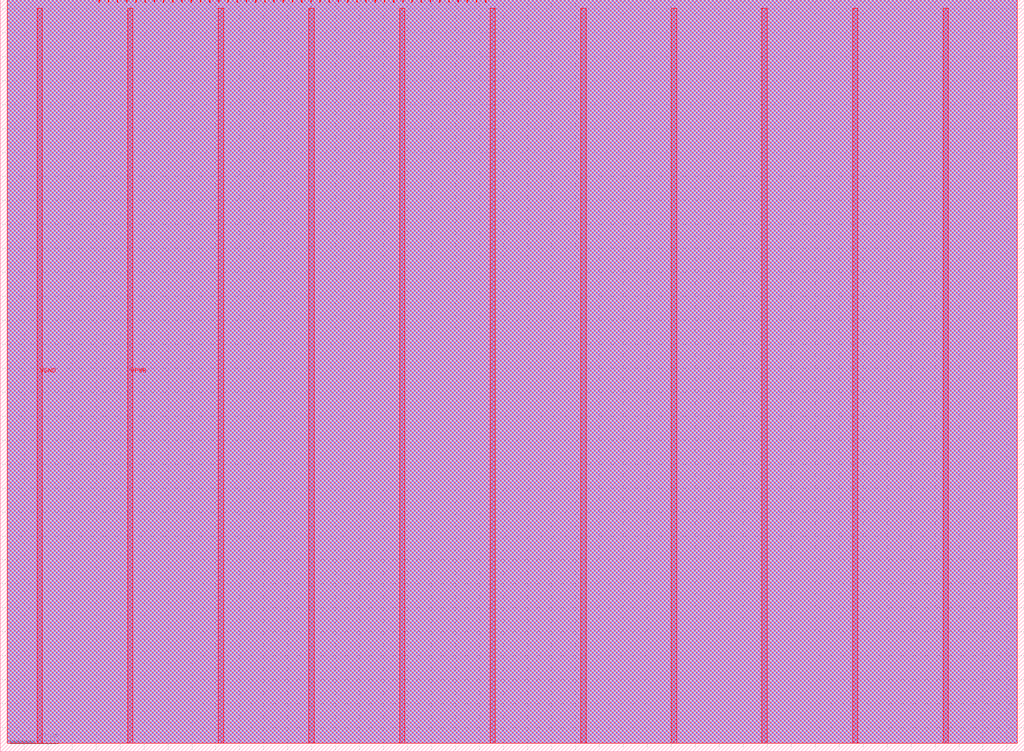
<source format=lef>
VERSION 5.8 ;
BUSBITCHARS "[]" ;
DIVIDERCHAR "/" ;
UNITS
    DATABASE MICRONS 1000 ;
END UNITS

VIA tt_um_phansel_laplace_lut_via1_2_2200_440_1_5_410_410
  VIARULE via1Array ;
  CUTSIZE 0.19 0.19 ;
  LAYERS Metal1 Via1 Metal2 ;
  CUTSPACING 0.22 0.22 ;
  ENCLOSURE 0.01 0.125 0.05 0.005 ;
  ROWCOL 1 5 ;
END tt_um_phansel_laplace_lut_via1_2_2200_440_1_5_410_410

VIA tt_um_phansel_laplace_lut_via2_3_2200_440_1_5_410_410
  VIARULE via2Array ;
  CUTSIZE 0.19 0.19 ;
  LAYERS Metal2 Via2 Metal3 ;
  CUTSPACING 0.22 0.22 ;
  ENCLOSURE 0.05 0.005 0.005 0.05 ;
  ROWCOL 1 5 ;
END tt_um_phansel_laplace_lut_via2_3_2200_440_1_5_410_410

VIA tt_um_phansel_laplace_lut_via3_4_2200_440_1_5_410_410
  VIARULE via3Array ;
  CUTSIZE 0.19 0.19 ;
  LAYERS Metal3 Via3 Metal4 ;
  CUTSPACING 0.22 0.22 ;
  ENCLOSURE 0.005 0.05 0.05 0.005 ;
  ROWCOL 1 5 ;
END tt_um_phansel_laplace_lut_via3_4_2200_440_1_5_410_410

VIA tt_um_phansel_laplace_lut_via4_5_2200_440_1_5_410_410
  VIARULE via4Array ;
  CUTSIZE 0.19 0.19 ;
  LAYERS Metal4 Via4 Metal5 ;
  CUTSPACING 0.22 0.22 ;
  ENCLOSURE 0.05 0.005 0.185 0.05 ;
  ROWCOL 1 5 ;
END tt_um_phansel_laplace_lut_via4_5_2200_440_1_5_410_410

MACRO tt_um_phansel_laplace_lut
  FOREIGN tt_um_phansel_laplace_lut 0 0 ;
  CLASS BLOCK ;
  SIZE 427.2 BY 313.74 ;
  PIN clk
    DIRECTION INPUT ;
    USE SIGNAL ;
    PORT
      LAYER Metal5 ;
        RECT  198.57 312.74 198.87 313.74 ;
    END
  END clk
  PIN ena
    DIRECTION INPUT ;
    USE SIGNAL ;
    PORT
      LAYER Metal5 ;
        RECT  202.41 312.74 202.71 313.74 ;
    END
  END ena
  PIN rst_n
    DIRECTION INPUT ;
    USE SIGNAL ;
    PORT
      LAYER Metal5 ;
        RECT  194.73 312.74 195.03 313.74 ;
    END
  END rst_n
  PIN ui_in[0]
    DIRECTION INPUT ;
    USE SIGNAL ;
    PORT
      LAYER Metal5 ;
        RECT  190.89 312.74 191.19 313.74 ;
    END
  END ui_in[0]
  PIN ui_in[1]
    DIRECTION INPUT ;
    USE SIGNAL ;
    PORT
      LAYER Metal5 ;
        RECT  187.05 312.74 187.35 313.74 ;
    END
  END ui_in[1]
  PIN ui_in[2]
    DIRECTION INPUT ;
    USE SIGNAL ;
    PORT
      LAYER Metal5 ;
        RECT  183.21 312.74 183.51 313.74 ;
    END
  END ui_in[2]
  PIN ui_in[3]
    DIRECTION INPUT ;
    USE SIGNAL ;
    PORT
      LAYER Metal5 ;
        RECT  179.37 312.74 179.67 313.74 ;
    END
  END ui_in[3]
  PIN ui_in[4]
    DIRECTION INPUT ;
    USE SIGNAL ;
    PORT
      LAYER Metal5 ;
        RECT  175.53 312.74 175.83 313.74 ;
    END
  END ui_in[4]
  PIN ui_in[5]
    DIRECTION INPUT ;
    USE SIGNAL ;
    PORT
      LAYER Metal5 ;
        RECT  171.69 312.74 171.99 313.74 ;
    END
  END ui_in[5]
  PIN ui_in[6]
    DIRECTION INPUT ;
    USE SIGNAL ;
    PORT
      LAYER Metal5 ;
        RECT  167.85 312.74 168.15 313.74 ;
    END
  END ui_in[6]
  PIN ui_in[7]
    DIRECTION INPUT ;
    USE SIGNAL ;
    PORT
      LAYER Metal5 ;
        RECT  164.01 312.74 164.31 313.74 ;
    END
  END ui_in[7]
  PIN uio_in[0]
    DIRECTION INPUT ;
    USE SIGNAL ;
    PORT
      LAYER Metal5 ;
        RECT  160.17 312.74 160.47 313.74 ;
    END
  END uio_in[0]
  PIN uio_in[1]
    DIRECTION INPUT ;
    USE SIGNAL ;
    PORT
      LAYER Metal5 ;
        RECT  156.33 312.74 156.63 313.74 ;
    END
  END uio_in[1]
  PIN uio_in[2]
    DIRECTION INPUT ;
    USE SIGNAL ;
    PORT
      LAYER Metal5 ;
        RECT  152.49 312.74 152.79 313.74 ;
    END
  END uio_in[2]
  PIN uio_in[3]
    DIRECTION INPUT ;
    USE SIGNAL ;
    PORT
      LAYER Metal5 ;
        RECT  148.65 312.74 148.95 313.74 ;
    END
  END uio_in[3]
  PIN uio_in[4]
    DIRECTION INPUT ;
    USE SIGNAL ;
    PORT
      LAYER Metal5 ;
        RECT  144.81 312.74 145.11 313.74 ;
    END
  END uio_in[4]
  PIN uio_in[5]
    DIRECTION INPUT ;
    USE SIGNAL ;
    PORT
      LAYER Metal5 ;
        RECT  140.97 312.74 141.27 313.74 ;
    END
  END uio_in[5]
  PIN uio_in[6]
    DIRECTION INPUT ;
    USE SIGNAL ;
    PORT
      LAYER Metal5 ;
        RECT  137.13 312.74 137.43 313.74 ;
    END
  END uio_in[6]
  PIN uio_in[7]
    DIRECTION INPUT ;
    USE SIGNAL ;
    PORT
      LAYER Metal5 ;
        RECT  133.29 312.74 133.59 313.74 ;
    END
  END uio_in[7]
  PIN uio_oe[0]
    DIRECTION OUTPUT ;
    USE SIGNAL ;
    PORT
      LAYER Metal5 ;
        RECT  68.01 312.74 68.31 313.74 ;
    END
  END uio_oe[0]
  PIN uio_oe[1]
    DIRECTION OUTPUT ;
    USE SIGNAL ;
    PORT
      LAYER Metal5 ;
        RECT  64.17 312.74 64.47 313.74 ;
    END
  END uio_oe[1]
  PIN uio_oe[2]
    DIRECTION OUTPUT ;
    USE SIGNAL ;
    PORT
      LAYER Metal5 ;
        RECT  60.33 312.74 60.63 313.74 ;
    END
  END uio_oe[2]
  PIN uio_oe[3]
    DIRECTION OUTPUT ;
    USE SIGNAL ;
    PORT
      LAYER Metal5 ;
        RECT  56.49 312.74 56.79 313.74 ;
    END
  END uio_oe[3]
  PIN uio_oe[4]
    DIRECTION OUTPUT ;
    USE SIGNAL ;
    PORT
      LAYER Metal5 ;
        RECT  52.65 312.74 52.95 313.74 ;
    END
  END uio_oe[4]
  PIN uio_oe[5]
    DIRECTION OUTPUT ;
    USE SIGNAL ;
    PORT
      LAYER Metal5 ;
        RECT  48.81 312.74 49.11 313.74 ;
    END
  END uio_oe[5]
  PIN uio_oe[6]
    DIRECTION OUTPUT ;
    USE SIGNAL ;
    PORT
      LAYER Metal5 ;
        RECT  44.97 312.74 45.27 313.74 ;
    END
  END uio_oe[6]
  PIN uio_oe[7]
    DIRECTION OUTPUT ;
    USE SIGNAL ;
    PORT
      LAYER Metal5 ;
        RECT  41.13 312.74 41.43 313.74 ;
    END
  END uio_oe[7]
  PIN uio_out[0]
    DIRECTION OUTPUT ;
    USE SIGNAL ;
    PORT
      LAYER Metal5 ;
        RECT  98.73 312.74 99.03 313.74 ;
    END
  END uio_out[0]
  PIN uio_out[1]
    DIRECTION OUTPUT ;
    USE SIGNAL ;
    PORT
      LAYER Metal5 ;
        RECT  94.89 312.74 95.19 313.74 ;
    END
  END uio_out[1]
  PIN uio_out[2]
    DIRECTION OUTPUT ;
    USE SIGNAL ;
    PORT
      LAYER Metal5 ;
        RECT  91.05 312.74 91.35 313.74 ;
    END
  END uio_out[2]
  PIN uio_out[3]
    DIRECTION OUTPUT ;
    USE SIGNAL ;
    PORT
      LAYER Metal5 ;
        RECT  87.21 312.74 87.51 313.74 ;
    END
  END uio_out[3]
  PIN uio_out[4]
    DIRECTION OUTPUT ;
    USE SIGNAL ;
    PORT
      LAYER Metal5 ;
        RECT  83.37 312.74 83.67 313.74 ;
    END
  END uio_out[4]
  PIN uio_out[5]
    DIRECTION OUTPUT ;
    USE SIGNAL ;
    PORT
      LAYER Metal5 ;
        RECT  79.53 312.74 79.83 313.74 ;
    END
  END uio_out[5]
  PIN uio_out[6]
    DIRECTION OUTPUT ;
    USE SIGNAL ;
    PORT
      LAYER Metal5 ;
        RECT  75.69 312.74 75.99 313.74 ;
    END
  END uio_out[6]
  PIN uio_out[7]
    DIRECTION OUTPUT ;
    USE SIGNAL ;
    PORT
      LAYER Metal5 ;
        RECT  71.85 312.74 72.15 313.74 ;
    END
  END uio_out[7]
  PIN uo_out[0]
    DIRECTION OUTPUT ;
    USE SIGNAL ;
    PORT
      LAYER Metal5 ;
        RECT  129.45 312.74 129.75 313.74 ;
    END
  END uo_out[0]
  PIN uo_out[1]
    DIRECTION OUTPUT ;
    USE SIGNAL ;
    PORT
      LAYER Metal5 ;
        RECT  125.61 312.74 125.91 313.74 ;
    END
  END uo_out[1]
  PIN uo_out[2]
    DIRECTION OUTPUT ;
    USE SIGNAL ;
    PORT
      LAYER Metal5 ;
        RECT  121.77 312.74 122.07 313.74 ;
    END
  END uo_out[2]
  PIN uo_out[3]
    DIRECTION OUTPUT ;
    USE SIGNAL ;
    PORT
      LAYER Metal5 ;
        RECT  117.93 312.74 118.23 313.74 ;
    END
  END uo_out[3]
  PIN uo_out[4]
    DIRECTION OUTPUT ;
    USE SIGNAL ;
    PORT
      LAYER Metal5 ;
        RECT  114.09 312.74 114.39 313.74 ;
    END
  END uo_out[4]
  PIN uo_out[5]
    DIRECTION OUTPUT ;
    USE SIGNAL ;
    PORT
      LAYER Metal5 ;
        RECT  110.25 312.74 110.55 313.74 ;
    END
  END uo_out[5]
  PIN uo_out[6]
    DIRECTION OUTPUT ;
    USE SIGNAL ;
    PORT
      LAYER Metal5 ;
        RECT  106.41 312.74 106.71 313.74 ;
    END
  END uo_out[6]
  PIN uo_out[7]
    DIRECTION OUTPUT ;
    USE SIGNAL ;
    PORT
      LAYER Metal5 ;
        RECT  102.57 312.74 102.87 313.74 ;
    END
  END uo_out[7]
  PIN VGND
    DIRECTION INOUT ;
    USE GROUND ;
    PORT
      LAYER Metal5 ;
        RECT  393.38 3.56 395.58 310.18 ;
        RECT  317.78 3.56 319.98 310.18 ;
        RECT  242.18 3.56 244.38 310.18 ;
        RECT  166.58 3.56 168.78 310.18 ;
        RECT  90.98 3.56 93.18 310.18 ;
        RECT  15.38 3.56 17.58 310.18 ;
    END
  END VGND
  PIN VPWR
    DIRECTION INOUT ;
    USE POWER ;
    PORT
      LAYER Metal5 ;
        RECT  355.58 3.56 357.78 310.18 ;
        RECT  279.98 3.56 282.18 310.18 ;
        RECT  204.38 3.56 206.58 310.18 ;
        RECT  128.78 3.56 130.98 310.18 ;
        RECT  53.18 3.56 55.38 310.18 ;
    END
  END VPWR
  OBS
    LAYER Metal1 ;
     RECT  2.88 3.56 424.32 313.74 ;
    LAYER Metal2 ;
     RECT  2.88 3.56 424.32 313.74 ;
    LAYER Metal3 ;
     RECT  2.88 3.56 424.32 313.74 ;
    LAYER Metal4 ;
     RECT  2.88 3.56 424.32 313.74 ;
    LAYER Metal5 ;
     RECT  2.88 3.56 424.32 313.74 ;
  END
END tt_um_phansel_laplace_lut
END LIBRARY

</source>
